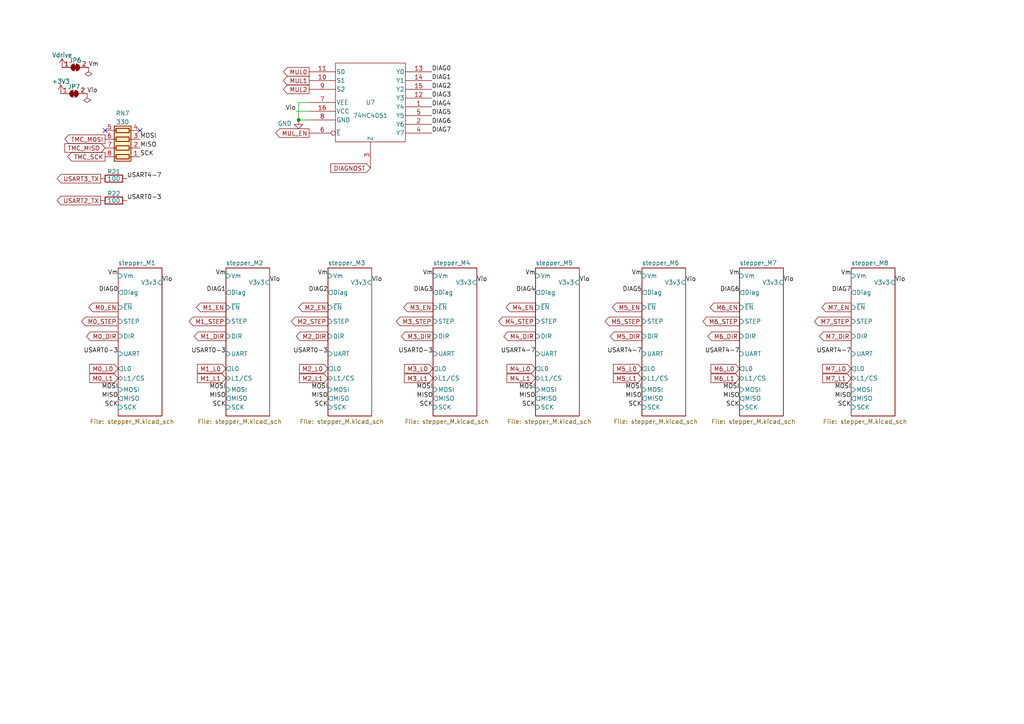
<source format=kicad_sch>
(kicad_sch (version 20211123) (generator eeschema)
  (paper "A4")
  (lib_symbols
    (symbol "Device:R" (pin_numbers hide) (pin_names (offset 0))
      (property "Reference" "R" (at 2.032 0 90))
      (property "Value" "R" (at 0 0 90))
      (symbol "R_0_1"
        (rectangle (start -1.016 -2.54) (end 1.016 2.54) (stroke (width 0.254)))
      )
      (symbol "R_1_1"
        (pin passive line (at 0 3.81 270) (length 1.27) (name "~") (number "1"))
        (pin passive line (at 0 -3.81 90) (length 1.27) (name "~") (number "2"))
      )
    )
    (symbol "Device:R_Pack04" (pin_names (offset 0) hide)
      (property "Reference" "RN" (at -7.62 0 90))
      (property "Value" "R_Pack04" (at 5.08 0 90))
      (symbol "R_Pack04_0_1"
        (rectangle (start -6.35 -2.413) (end 3.81 2.413) (stroke (width 0.254)) (fill (type background)))
        (rectangle (start -5.715 1.905) (end -4.445 -1.905) (stroke (width 0.254)))
        (rectangle (start -3.175 1.905) (end -1.905 -1.905) (stroke (width 0.254)))
        (rectangle (start -0.635 1.905) (end 0.635 -1.905) (stroke (width 0.254)))
        (polyline (pts (xy -5.08 -2.54) (xy -5.08 -1.905)))
        (polyline (pts (xy -5.08 1.905) (xy -5.08 2.54)))
        (polyline (pts (xy -2.54 -2.54) (xy -2.54 -1.905)))
        (polyline (pts (xy -2.54 1.905) (xy -2.54 2.54)))
        (polyline (pts (xy 0 -2.54) (xy 0 -1.905)))
        (polyline (pts (xy 0 1.905) (xy 0 2.54)))
        (polyline (pts (xy 2.54 -2.54) (xy 2.54 -1.905)))
        (polyline (pts (xy 2.54 1.905) (xy 2.54 2.54)))
        (rectangle (start 1.905 1.905) (end 3.175 -1.905) (stroke (width 0.254)))
      )
      (symbol "R_Pack04_1_1"
        (pin passive line (at -5.08 -5.08 90) (length 2.54) (name "R1.1") (number "1"))
        (pin passive line (at -2.54 -5.08 90) (length 2.54) (name "R2.1") (number "2"))
        (pin passive line (at 0 -5.08 90) (length 2.54) (name "R3.1") (number "3"))
        (pin passive line (at 2.54 -5.08 90) (length 2.54) (name "R4.1") (number "4"))
        (pin passive line (at 2.54 5.08 270) (length 2.54) (name "R4.2") (number "5"))
        (pin passive line (at 0 5.08 270) (length 2.54) (name "R3.2") (number "6"))
        (pin passive line (at -2.54 5.08 270) (length 2.54) (name "R2.2") (number "7"))
        (pin passive line (at -5.08 5.08 270) (length 2.54) (name "R1.2") (number "8"))
      )
    )
    (symbol "Jumper:SolderJumper_2_Bridged" (pin_names (offset 0) hide)
      (property "Reference" "JP" (at 0 2.032 0))
      (property "Value" "SolderJumper_2_Bridged" (at 0 -2.54 0))
      (symbol "SolderJumper_2_Bridged_0_1"
        (rectangle (start -0.508 0.508) (end 0.508 -0.508) (fill (type outline)))
        (arc (start -0.254 1.016) (mid -1.27 0) (end -0.254 -1.016))
        (arc (start -0.254 1.016) (mid -1.27 0) (end -0.254 -1.016) (fill (type outline)))
        (polyline (pts (xy -0.254 1.016) (xy -0.254 -1.016)))
        (polyline (pts (xy 0.254 1.016) (xy 0.254 -1.016)))
        (arc (start 0.254 -1.016) (mid 1.27 0) (end 0.254 1.016))
        (arc (start 0.254 -1.016) (mid 1.27 0) (end 0.254 1.016) (fill (type outline)))
      )
      (symbol "SolderJumper_2_Bridged_1_1"
        (pin passive line (at -3.81 0 0) (length 2.54) (name "A") (number "1"))
        (pin passive line (at 3.81 0 180) (length 2.54) (name "B") (number "2"))
      )
    )
    (symbol "power:+3.3V" (power) (pin_names (offset 0))
      (property "Value" "+3.3V" (at 0 3.556 0))
      (symbol "+3.3V_0_1"
        (polyline (pts (xy -0.762 1.27) (xy 0 2.54)))
        (polyline (pts (xy 0 0) (xy 0 2.54)))
        (polyline (pts (xy 0 2.54) (xy 0.762 1.27)))
      )
      (symbol "+3.3V_1_1"
        (pin power_in line (at 0 0 90) (length 0) hide (name "+3V3") (number "1"))
      )
    )
    (symbol "power:GND" (power) (pin_names (offset 0))
      (property "Value" "GND" (at 0 -3.81 0))
      (symbol "GND_0_1"
        (polyline (pts (xy 0 0) (xy 0 -1.27) (xy 1.27 -1.27) (xy 0 -2.54) (xy -1.27 -1.27) (xy 0 -1.27)))
      )
      (symbol "GND_1_1"
        (pin power_in line (at 0 0 270) (length 0) hide (name "GND") (number "1"))
      )
    )
    (symbol "power:PWR_FLAG" (power) (pin_numbers hide) (pin_names (offset 0) hide)
      (property "Value" "PWR_FLAG" (at 0 3.81 0))
      (symbol "PWR_FLAG_0_0"
        (pin power_out line (at 0 0 90) (length 0) (name "pwr") (number "1"))
      )
      (symbol "PWR_FLAG_0_1"
        (polyline (pts (xy 0 0) (xy 0 1.27) (xy -1.016 1.905) (xy 0 2.54) (xy 1.016 1.905) (xy 0 1.27)))
      )
    )
    (symbol "power:Vdrive" (power) (pin_names (offset 0))
      (property "Value" "Vdrive" (at 0 3.81 0))
      (symbol "Vdrive_0_1"
        (polyline (pts (xy -0.762 1.27) (xy 0 2.54)))
        (polyline (pts (xy 0 0) (xy 0 2.54)))
        (polyline (pts (xy 0 2.54) (xy 0.762 1.27)))
      )
      (symbol "Vdrive_1_1"
        (pin power_in line (at 0 0 90) (length 0) hide (name "Vdrive") (number "1"))
      )
    )
    (symbol "stm32-rescue:74HC4051" (pin_names (offset 0.254))
      (property "Reference" "U" (at 0 0 0))
      (property "Value" "74HC4051" (at 0 -3.81 0))
      (symbol "74HC4051_0_1"
        (rectangle (start -10.16 11.43) (end 10.16 -11.43))
      )
      (symbol "74HC4051_1_1"
        (pin bidirectional line (at 17.78 -1.27 180) (length 7.62) (name "Y4") (number "1"))
        (pin input line (at -17.78 6.35 0) (length 7.62) (name "S1") (number "10"))
        (pin input line (at -17.78 8.89 0) (length 7.62) (name "S0") (number "11"))
        (pin bidirectional line (at 17.78 1.27 180) (length 7.62) (name "Y3") (number "12"))
        (pin bidirectional line (at 17.78 8.89 180) (length 7.62) (name "Y0") (number "13"))
        (pin bidirectional line (at 17.78 6.35 180) (length 7.62) (name "Y1") (number "14"))
        (pin bidirectional line (at 17.78 3.81 180) (length 7.62) (name "Y2") (number "15"))
        (pin power_in line (at -17.78 -2.54 0) (length 7.62) (name "VCC") (number "16"))
        (pin bidirectional line (at 17.78 -6.35 180) (length 7.62) (name "Y6") (number "2"))
        (pin bidirectional line (at 0 -19.05 90) (length 7.62) (name "Z") (number "3"))
        (pin bidirectional line (at 17.78 -8.89 180) (length 7.62) (name "Y7") (number "4"))
        (pin bidirectional line (at 17.78 -3.81 180) (length 7.62) (name "Y5") (number "5"))
        (pin input inverted (at -17.78 -8.89 0) (length 7.62) (name "~{E}") (number "6"))
        (pin power_in line (at -17.78 0 0) (length 7.62) (name "VEE") (number "7"))
        (pin power_in line (at -17.78 -5.08 0) (length 7.62) (name "GND") (number "8"))
        (pin input line (at -17.78 3.81 0) (length 7.62) (name "S2") (number "9"))
      )
    )
  )
  (junction (at 86.614 34.798))
  (no_connect (at 30.48 37.846))
  (no_connect (at 40.64 37.846))
  (wire (pts (xy 86.614 34.798) (xy 89.662 34.798)))
  (wire (pts (xy 89.662 29.718) (xy 86.614 29.718)))
  (wire (pts (xy 86.614 29.718) (xy 86.614 34.798)))
  (wire (pts (xy 85.852 32.258) (xy 89.662 32.258)))
  (label "DIAG0" (at 125.222 20.828 0))
  (label "Vio" (at 227.203 81.915 0))
  (label "DIAG3" (at 125.603 84.836 180))
  (label "Vm" (at 155.321 80.01 180))
  (label "DIAG4" (at 155.321 84.836 180))
  (label "Vio" (at 259.588 81.915 0))
  (label "USART4-7" (at 155.321 102.616 180))
  (label "DIAG7" (at 125.222 38.608 0))
  (label "USART0-3" (at 65.532 102.616 180))
  (label "DIAG1" (at 65.532 84.836 180))
  (label "DIAG7" (at 246.888 84.836 180))
  (label "MISO" (at 40.64 42.926 0))
  (label "Vio" (at 168.021 81.915 0))
  (label "USART0-3" (at 95.123 102.616 180))
  (label "Vm" (at 34.29 80.01 180))
  (label "MOSI" (at 246.888 113.03 180))
  (label "USART0-3" (at 34.29 102.616 180))
  (label "SCK" (at 65.532 118.11 180))
  (label "Vio" (at 25.273 27.178 0))
  (label "SCK" (at 95.123 118.11 180))
  (label "DIAG3" (at 125.222 28.448 0))
  (label "SCK" (at 186.182 118.11 180))
  (label "Vio" (at 107.823 81.915 0))
  (label "Vio" (at 198.882 81.915 0))
  (label "MISO" (at 186.182 115.57 180))
  (label "DIAG6" (at 125.222 36.068 0))
  (label "MOSI" (at 214.503 113.03 180))
  (label "SCK" (at 125.603 118.11 180))
  (label "MISO" (at 65.532 115.57 180))
  (label "SCK" (at 34.29 118.11 180))
  (label "Vm" (at 246.888 80.01 180))
  (label "Vm" (at 25.654 19.558 0))
  (label "MOSI" (at 186.182 113.03 180))
  (label "MISO" (at 125.603 115.57 180))
  (label "SCK" (at 40.64 45.466 0))
  (label "DIAG5" (at 186.182 84.836 180))
  (label "USART4-7" (at 214.503 102.616 180))
  (label "MOSI" (at 40.64 40.386 0))
  (label "USART4-7" (at 36.83 51.816 0))
  (label "DIAG6" (at 214.503 84.836 180))
  (label "USART4-7" (at 246.888 102.616 180))
  (label "Vio" (at 138.303 81.915 0))
  (label "Vm" (at 214.503 80.01 180))
  (label "SCK" (at 155.321 118.11 180))
  (label "DIAG1" (at 125.222 23.368 0))
  (label "DIAG0" (at 34.29 84.836 180))
  (label "DIAG2" (at 95.123 84.836 180))
  (label "Vm" (at 95.123 80.01 180))
  (label "Vio" (at 85.852 32.258 180))
  (label "DIAG2" (at 125.222 25.908 0))
  (label "USART4-7" (at 186.182 102.616 180))
  (label "Vio" (at 78.232 81.915 0))
  (label "USART0-3" (at 36.83 58.166 0))
  (label "MISO" (at 155.321 115.57 180))
  (label "Vm" (at 65.532 80.01 180))
  (label "MOSI" (at 34.29 113.03 180))
  (label "MOSI" (at 155.321 113.03 180))
  (label "Vm" (at 186.182 80.01 180))
  (label "DIAG5" (at 125.222 33.528 0))
  (label "MOSI" (at 95.123 113.03 180))
  (label "MOSI" (at 125.603 113.03 180))
  (label "MISO" (at 95.123 115.57 180))
  (label "SCK" (at 246.888 118.11 180))
  (label "USART0-3" (at 125.603 102.616 180))
  (label "MISO" (at 214.503 115.57 180))
  (label "Vio" (at 46.99 81.915 0))
  (label "MISO" (at 246.888 115.57 180))
  (label "MOSI" (at 65.532 113.03 180))
  (label "DIAG4" (at 125.222 30.988 0))
  (label "SCK" (at 214.503 118.11 180))
  (label "MISO" (at 34.29 115.57 180))
  (label "Vm" (at 125.603 80.01 180))
  (global_label "MUL_EN" (shape output) (at 89.662 38.608 180) (property "Intersheet References" "${INTERSHEET_REFS}" (effects hide)))
  (global_label "M0_EN" (shape output) (at 34.29 89.154 180) (property "Intersheet References" "${INTERSHEET_REFS}" (effects hide)))
  (global_label "M7_L1" (shape input) (at 246.888 109.728 180) (property "Intersheet References" "${INTERSHEET_REFS}" (effects hide)))
  (global_label "M4_STEP" (shape output) (at 155.321 93.218 180) (property "Intersheet References" "${INTERSHEET_REFS}" (effects hide)))
  (global_label "M7_EN" (shape output) (at 246.888 89.154 180) (property "Intersheet References" "${INTERSHEET_REFS}" (effects hide)))
  (global_label "M3_EN" (shape output) (at 125.603 89.154 180) (property "Intersheet References" "${INTERSHEET_REFS}" (effects hide)))
  (global_label "M1_L0" (shape input) (at 65.532 106.934 180) (property "Intersheet References" "${INTERSHEET_REFS}" (effects hide)))
  (global_label "M1_DIR" (shape output) (at 65.532 97.536 180) (property "Intersheet References" "${INTERSHEET_REFS}" (effects hide)))
  (global_label "M5_L1" (shape input) (at 186.182 109.728 180) (property "Intersheet References" "${INTERSHEET_REFS}" (effects hide)))
  (global_label "TMC_SCK" (shape output) (at 30.48 45.466 180) (property "Intersheet References" "${INTERSHEET_REFS}" (effects hide)))
  (global_label "M5_L0" (shape input) (at 186.182 106.934 180) (property "Intersheet References" "${INTERSHEET_REFS}" (effects hide)))
  (global_label "M3_DIR" (shape output) (at 125.603 97.536 180) (property "Intersheet References" "${INTERSHEET_REFS}" (effects hide)))
  (global_label "M6_EN" (shape output) (at 214.503 89.154 180) (property "Intersheet References" "${INTERSHEET_REFS}" (effects hide)))
  (global_label "M1_L1" (shape input) (at 65.532 109.728 180) (property "Intersheet References" "${INTERSHEET_REFS}" (effects hide)))
  (global_label "M0_STEP" (shape output) (at 34.29 93.218 180) (property "Intersheet References" "${INTERSHEET_REFS}" (effects hide)))
  (global_label "MUL0" (shape output) (at 89.662 20.828 180) (property "Intersheet References" "${INTERSHEET_REFS}" (effects hide)))
  (global_label "USART2_TX" (shape output) (at 29.21 58.166 180) (property "Intersheet References" "${INTERSHEET_REFS}" (effects hide)))
  (global_label "M1_EN" (shape output) (at 65.532 89.154 180) (property "Intersheet References" "${INTERSHEET_REFS}" (effects hide)))
  (global_label "M7_DIR" (shape output) (at 246.888 97.536 180) (property "Intersheet References" "${INTERSHEET_REFS}" (effects hide)))
  (global_label "USART3_TX" (shape output) (at 29.21 51.816 180) (property "Intersheet References" "${INTERSHEET_REFS}" (effects hide)))
  (global_label "DIAGNOST" (shape input) (at 107.442 48.768 180) (property "Intersheet References" "${INTERSHEET_REFS}" (effects hide)))
  (global_label "M0_L0" (shape input) (at 34.29 106.934 180) (property "Intersheet References" "${INTERSHEET_REFS}" (effects hide)))
  (global_label "M2_EN" (shape output) (at 95.123 89.154 180) (property "Intersheet References" "${INTERSHEET_REFS}" (effects hide)))
  (global_label "M7_STEP" (shape output) (at 246.888 93.218 180) (property "Intersheet References" "${INTERSHEET_REFS}" (effects hide)))
  (global_label "M5_STEP" (shape output) (at 186.182 93.218 180) (property "Intersheet References" "${INTERSHEET_REFS}" (effects hide)))
  (global_label "M2_STEP" (shape output) (at 95.123 93.218 180) (property "Intersheet References" "${INTERSHEET_REFS}" (effects hide)))
  (global_label "M3_L0" (shape input) (at 125.603 106.934 180) (property "Intersheet References" "${INTERSHEET_REFS}" (effects hide)))
  (global_label "M0_DIR" (shape output) (at 34.29 97.536 180) (property "Intersheet References" "${INTERSHEET_REFS}" (effects hide)))
  (global_label "M6_L0" (shape input) (at 214.503 106.934 180) (property "Intersheet References" "${INTERSHEET_REFS}" (effects hide)))
  (global_label "M2_L0" (shape input) (at 95.123 106.934 180) (property "Intersheet References" "${INTERSHEET_REFS}" (effects hide)))
  (global_label "M6_L1" (shape input) (at 214.503 109.728 180) (property "Intersheet References" "${INTERSHEET_REFS}" (effects hide)))
  (global_label "M4_L1" (shape input) (at 155.321 109.728 180) (property "Intersheet References" "${INTERSHEET_REFS}" (effects hide)))
  (global_label "M4_EN" (shape output) (at 155.321 89.154 180) (property "Intersheet References" "${INTERSHEET_REFS}" (effects hide)))
  (global_label "TMC_MISO" (shape input) (at 30.48 42.926 180) (property "Intersheet References" "${INTERSHEET_REFS}" (effects hide)))
  (global_label "M0_L1" (shape input) (at 34.29 109.728 180) (property "Intersheet References" "${INTERSHEET_REFS}" (effects hide)))
  (global_label "MUL2" (shape output) (at 89.662 25.908 180) (property "Intersheet References" "${INTERSHEET_REFS}" (effects hide)))
  (global_label "TMC_MOSI" (shape output) (at 30.48 40.386 180) (property "Intersheet References" "${INTERSHEET_REFS}" (effects hide)))
  (global_label "M4_DIR" (shape output) (at 155.321 97.536 180) (property "Intersheet References" "${INTERSHEET_REFS}" (effects hide)))
  (global_label "MUL1" (shape output) (at 89.662 23.368 180) (property "Intersheet References" "${INTERSHEET_REFS}" (effects hide)))
  (global_label "M5_EN" (shape output) (at 186.182 89.154 180) (property "Intersheet References" "${INTERSHEET_REFS}" (effects hide)))
  (global_label "M3_STEP" (shape output) (at 125.603 93.218 180) (property "Intersheet References" "${INTERSHEET_REFS}" (effects hide)))
  (global_label "M6_STEP" (shape output) (at 214.503 93.218 180) (property "Intersheet References" "${INTERSHEET_REFS}" (effects hide)))
  (global_label "M1_STEP" (shape output) (at 65.532 93.218 180) (property "Intersheet References" "${INTERSHEET_REFS}" (effects hide)))
  (global_label "M4_L0" (shape input) (at 155.321 106.934 180) (property "Intersheet References" "${INTERSHEET_REFS}" (effects hide)))
  (global_label "M5_DIR" (shape output) (at 186.182 97.536 180) (property "Intersheet References" "${INTERSHEET_REFS}" (effects hide)))
  (global_label "M2_DIR" (shape output) (at 95.123 97.536 180) (property "Intersheet References" "${INTERSHEET_REFS}" (effects hide)))
  (global_label "M6_DIR" (shape output) (at 214.503 97.536 180) (property "Intersheet References" "${INTERSHEET_REFS}" (effects hide)))
  (global_label "M3_L1" (shape input) (at 125.603 109.728 180) (property "Intersheet References" "${INTERSHEET_REFS}" (effects hide)))
  (global_label "M2_L1" (shape input) (at 95.123 109.728 180) (property "Intersheet References" "${INTERSHEET_REFS}" (effects hide)))
  (global_label "M7_L0" (shape input) (at 246.888 106.934 180) (property "Intersheet References" "${INTERSHEET_REFS}" (effects hide)))
  (symbol (lib_id "Jumper:SolderJumper_2_Bridged") (at 21.844 19.558 0) (unit 1)
    (property "Reference" "JP6" (at 21.844 17.5062 0))
    (property "Value" "Vdrive" (effects hide))
    (property "Footprint" "Jumper:SolderJumper-2_P1.3mm_Open_TrianglePad1.0x1.5mm" (effects hide))
  )
  (symbol (lib_id "Device:R") (at 33.02 58.166 90) (unit 1)
    (property "Reference" "R22" (at 33.02 56.134 90))
    (property "Value" "100" (at 33.02 58.166 90))
    (property "Footprint" "Resistor_SMD:R_0603_1608Metric_Pad0.98x0.95mm_HandSolder" (effects hide))
  )
  (symbol (lib_id "power:GND") (at 86.614 34.798 0) (unit 1)
    (property "Reference" "#PWR038" (effects hide))
    (property "Value" "GND" (at 82.55 35.814 0))
  )
  (symbol (lib_id "power:PWR_FLAG") (at 25.273 27.178 180) (unit 1)
    (property "Reference" "#FLG0103" (effects hide))
    (property "Value" "PWR_FLAG" (effects hide))
  )
  (symbol (lib_id "power:Vdrive") (at 18.034 19.558 0) (unit 1)
    (property "Reference" "#PWR018" (effects hide))
    (property "Value" "Vdrive" (at 18.034 15.9822 0))
  )
  (symbol (lib_id "Jumper:SolderJumper_2_Bridged") (at 21.463 27.178 0) (unit 1)
    (property "Reference" "JP7" (at 21.463 25.1262 0))
    (property "Value" "Vio" (effects hide))
    (property "Footprint" "Jumper:SolderJumper-2_P1.3mm_Open_TrianglePad1.0x1.5mm" (effects hide))
  )
  (symbol (lib_id "power:PWR_FLAG") (at 25.654 19.558 180) (unit 1)
    (property "Reference" "#FLG0104" (effects hide))
    (property "Value" "PWR_FLAG" (effects hide))
  )
  (symbol (lib_id "stm32-rescue:74HC4051") (at 107.442 29.718 0) (unit 1)
    (property "Reference" "U7" (at 107.442 29.718 0))
    (property "Value" "74HC4051" (at 107.442 33.528 0))
    (property "Footprint" "Package_SO:SOIC-16_3.9x9.9mm_P1.27mm" (effects hide))
  )
  (symbol (lib_id "Device:R") (at 33.02 51.816 90) (unit 1)
    (property "Reference" "R21" (at 33.02 49.784 90))
    (property "Value" "100" (at 33.02 51.816 90))
    (property "Footprint" "Resistor_SMD:R_0603_1608Metric_Pad0.98x0.95mm_HandSolder" (effects hide))
  )
  (symbol (lib_id "Device:R_Pack04") (at 35.56 40.386 90) (unit 1)
    (property "Reference" "RN7" (at 35.56 32.8762 90))
    (property "Value" "330" (at 35.56 35.4131 90))
    (property "Footprint" "Resistor_SMD:R_Array_Convex_4x0603" (effects hide))
  )
  (symbol (lib_id "power:+3.3V") (at 17.653 27.178 0) (unit 1)
    (property "Reference" "#PWR037" (effects hide))
    (property "Value" "+3.3V" (at 17.653 23.622 0))
  )
  (sheet (at 186.182 77.724) (size 12.7 42.926) (stroke (width 0.1524))
    (property "Sheet name" "stepper_M6" (at 186.182 77.0124 0) (effects (justify left bottom)))
    (property "Sheet file" "stepper_M.kicad_sch" (at 177.927 121.539 0) (effects (justify left top)))
    (pin "Vm" input (at 186.182 80.01 180))
    (pin "Diag" output (at 186.182 84.836 180))
    (pin "~{EN}" input (at 186.182 89.154 180))
    (pin "STEP" input (at 186.182 93.218 180))
    (pin "DIR" input (at 186.182 97.536 180))
    (pin "MOSI" input (at 186.182 113.03 180))
    (pin "MISO" output (at 186.182 115.57 180))
    (pin "SCK" input (at 186.182 118.11 180))
    (pin "L1{slash}CS" bidirectional (at 186.182 109.728 180))
    (pin "UART" input (at 186.182 102.616 180))
    (pin "L0" output (at 186.182 106.934 180))
    (pin "V3v3" input (at 198.882 81.915 0))
  )
  (sheet (at 34.29 77.724) (size 12.7 42.926) (stroke (width 0.1524))
    (property "Sheet name" "stepper_M1" (at 34.29 77.0124 0) (effects (justify left bottom)))
    (property "Sheet file" "stepper_M.kicad_sch" (at 26.035 121.539 0) (effects (justify left top)))
    (pin "Vm" input (at 34.29 80.01 180))
    (pin "Diag" output (at 34.29 84.836 180))
    (pin "~{EN}" input (at 34.29 89.154 180))
    (pin "STEP" input (at 34.29 93.218 180))
    (pin "DIR" input (at 34.29 97.536 180))
    (pin "MOSI" input (at 34.29 113.03 180))
    (pin "MISO" output (at 34.29 115.57 180))
    (pin "SCK" input (at 34.29 118.11 180))
    (pin "L1{slash}CS" bidirectional (at 34.29 109.728 180))
    (pin "UART" input (at 34.29 102.616 180))
    (pin "L0" output (at 34.29 106.934 180))
    (pin "V3v3" input (at 46.99 81.915 0))
  )
  (sheet (at 246.888 77.724) (size 12.7 42.926) (stroke (width 0.1524))
    (property "Sheet name" "stepper_M8" (at 246.888 77.0124 0) (effects (justify left bottom)))
    (property "Sheet file" "stepper_M.kicad_sch" (at 238.633 121.539 0) (effects (justify left top)))
    (pin "Vm" input (at 246.888 80.01 180))
    (pin "Diag" output (at 246.888 84.836 180))
    (pin "~{EN}" input (at 246.888 89.154 180))
    (pin "STEP" input (at 246.888 93.218 180))
    (pin "DIR" input (at 246.888 97.536 180))
    (pin "MOSI" input (at 246.888 113.03 180))
    (pin "MISO" output (at 246.888 115.57 180))
    (pin "SCK" input (at 246.888 118.11 180))
    (pin "L1{slash}CS" bidirectional (at 246.888 109.728 180))
    (pin "UART" input (at 246.888 102.616 180))
    (pin "L0" output (at 246.888 106.934 180))
    (pin "V3v3" input (at 259.588 81.915 0))
  )
  (sheet (at 214.503 77.724) (size 12.7 42.926) (stroke (width 0.1524))
    (property "Sheet name" "stepper_M7" (at 214.503 77.0124 0) (effects (justify left bottom)))
    (property "Sheet file" "stepper_M.kicad_sch" (at 206.248 121.539 0) (effects (justify left top)))
    (pin "Vm" input (at 214.503 80.01 180))
    (pin "Diag" output (at 214.503 84.836 180))
    (pin "~{EN}" input (at 214.503 89.154 180))
    (pin "STEP" input (at 214.503 93.218 180))
    (pin "DIR" input (at 214.503 97.536 180))
    (pin "MOSI" input (at 214.503 113.03 180))
    (pin "MISO" output (at 214.503 115.57 180))
    (pin "SCK" input (at 214.503 118.11 180))
    (pin "L1{slash}CS" bidirectional (at 214.503 109.728 180))
    (pin "UART" input (at 214.503 102.616 180))
    (pin "L0" output (at 214.503 106.934 180))
    (pin "V3v3" input (at 227.203 81.915 0))
  )
  (sheet (at 125.603 77.724) (size 12.7 42.926) (stroke (width 0.1524))
    (property "Sheet name" "stepper_M4" (at 125.603 77.0124 0) (effects (justify left bottom)))
    (property "Sheet file" "stepper_M.kicad_sch" (at 117.348 121.539 0) (effects (justify left top)))
    (pin "Vm" input (at 125.603 80.01 180))
    (pin "Diag" output (at 125.603 84.836 180))
    (pin "~{EN}" input (at 125.603 89.154 180))
    (pin "STEP" input (at 125.603 93.218 180))
    (pin "DIR" input (at 125.603 97.536 180))
    (pin "MOSI" input (at 125.603 113.03 180))
    (pin "MISO" output (at 125.603 115.57 180))
    (pin "SCK" input (at 125.603 118.11 180))
    (pin "L1{slash}CS" bidirectional (at 125.603 109.728 180))
    (pin "UART" input (at 125.603 102.616 180))
    (pin "L0" output (at 125.603 106.934 180))
    (pin "V3v3" input (at 138.303 81.915 0))
  )
  (sheet (at 65.532 77.724) (size 12.7 42.926) (stroke (width 0.1524))
    (property "Sheet name" "stepper_M2" (at 65.532 77.0124 0) (effects (justify left bottom)))
    (property "Sheet file" "stepper_M.kicad_sch" (at 57.277 121.539 0) (effects (justify left top)))
    (pin "Vm" input (at 65.532 80.01 180))
    (pin "Diag" output (at 65.532 84.836 180))
    (pin "~{EN}" input (at 65.532 89.154 180))
    (pin "STEP" input (at 65.532 93.218 180))
    (pin "DIR" input (at 65.532 97.536 180))
    (pin "MOSI" input (at 65.532 113.03 180))
    (pin "MISO" output (at 65.532 115.57 180))
    (pin "SCK" input (at 65.532 118.11 180))
    (pin "L1{slash}CS" bidirectional (at 65.532 109.728 180))
    (pin "UART" input (at 65.532 102.616 180))
    (pin "L0" output (at 65.532 106.934 180))
    (pin "V3v3" input (at 78.232 81.915 0))
  )
  (sheet (at 95.123 77.724) (size 12.7 42.926) (stroke (width 0.1524))
    (property "Sheet name" "stepper_M3" (at 95.123 77.0124 0) (effects (justify left bottom)))
    (property "Sheet file" "stepper_M.kicad_sch" (at 86.868 121.539 0) (effects (justify left top)))
    (pin "Vm" input (at 95.123 80.01 180))
    (pin "Diag" output (at 95.123 84.836 180))
    (pin "~{EN}" input (at 95.123 89.154 180))
    (pin "STEP" input (at 95.123 93.218 180))
    (pin "DIR" input (at 95.123 97.536 180))
    (pin "MOSI" input (at 95.123 113.03 180))
    (pin "MISO" output (at 95.123 115.57 180))
    (pin "SCK" input (at 95.123 118.11 180))
    (pin "L1{slash}CS" bidirectional (at 95.123 109.728 180))
    (pin "UART" input (at 95.123 102.616 180))
    (pin "L0" output (at 95.123 106.934 180))
    (pin "V3v3" input (at 107.823 81.915 0))
  )
  (sheet (at 155.321 77.724) (size 12.7 42.926) (stroke (width 0.1524))
    (property "Sheet name" "stepper_M5" (at 155.321 77.0124 0) (effects (justify left bottom)))
    (property "Sheet file" "stepper_M.kicad_sch" (at 147.066 121.539 0) (effects (justify left top)))
    (pin "Vm" input (at 155.321 80.01 180))
    (pin "Diag" output (at 155.321 84.836 180))
    (pin "~{EN}" input (at 155.321 89.154 180))
    (pin "STEP" input (at 155.321 93.218 180))
    (pin "DIR" input (at 155.321 97.536 180))
    (pin "MOSI" input (at 155.321 113.03 180))
    (pin "MISO" output (at 155.321 115.57 180))
    (pin "SCK" input (at 155.321 118.11 180))
    (pin "L1{slash}CS" bidirectional (at 155.321 109.728 180))
    (pin "UART" input (at 155.321 102.616 180))
    (pin "L0" output (at 155.321 106.934 180))
    (pin "V3v3" input (at 168.021 81.915 0))
  )
)
</source>
